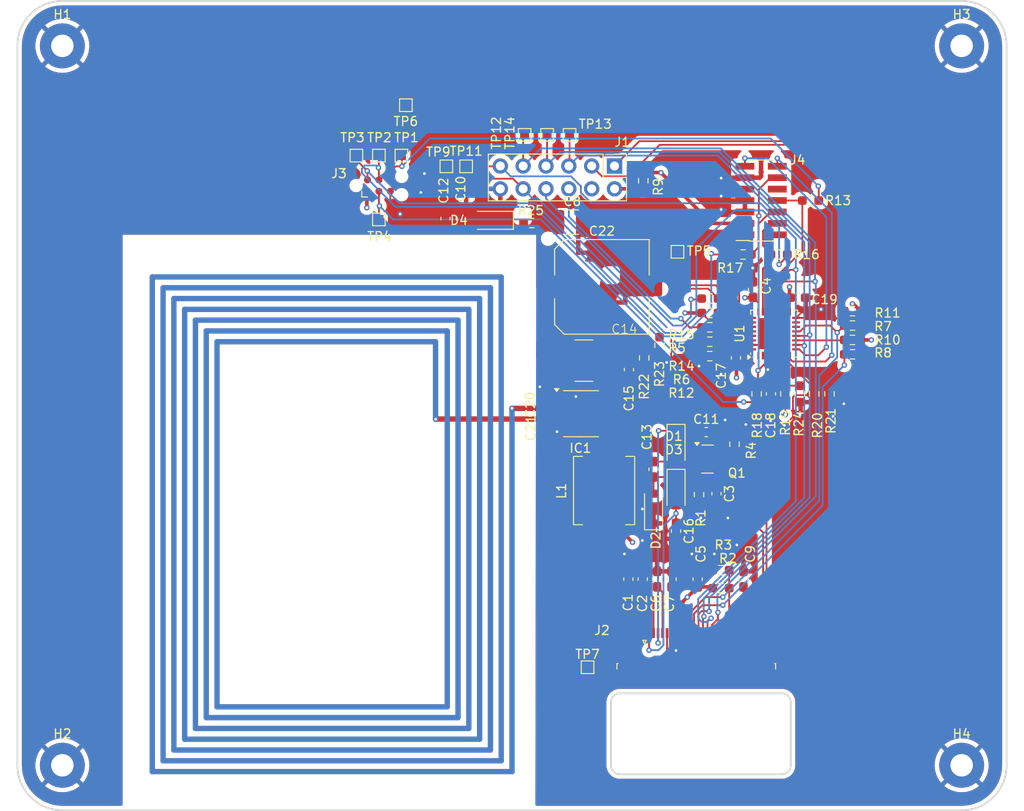
<source format=kicad_pcb>
(kicad_pcb (version 20240108) (generator "pcbnew") (generator_version "8.0")
  (layers (0 "F.Cu" signal) (1 "In1.Cu" signal) (2 "In2.Cu" signal) (31 "B.Cu" signal) (34 "B.Paste" user) (35 "F.Paste" user) (36 "B.SilkS" user "B.Silkscreen") (37 "F.SilkS" user "F.Silkscreen") (38 "B.Mask" user) (39 "F.Mask" user) (44 "Edge.Cuts" user))
  (net 0 "")
  (net 1 "GND")
  (net 2 "/EINK/VCOM")
  (net 3 "/EINK/VSL")
  (net 4 "/EINK/RESE")
  (net 5 "VDD")
  (net 6 "/EINK/VSH1")
  (net 7 "/EINK/VSH2")
  (net 8 "/EINK/VGH")
  (net 9 "Net-(D1-A)")
  (net 10 "Net-(D2-A)")
  (net 11 "/EINK/VGL")
  (net 12 "/STM/I2C_NFC_SCL_RPI")
  (net 13 "/STM/NFC_BUSY")
  (net 14 "+3.3V")
  (net 15 "/STM/I2C_NFC_SDA_RPI")
  (net 16 "/STM/SPI_EINK_SCL_RPI")
  (net 17 "/STM/SPI_EINK_SDA_RPI")
  (net 18 "/EINK/CS#")
  (net 19 "/EINK/BUSY")
  (net 20 "/EINK/RES#")
  (net 21 "/EINK/D{slash}C#")
  (net 23 "/EINK/SCL")
  (net 24 "/EINK/TSCL")
  (net 25 "/EINK/GDR")
  (net 26 "/EINK/TSDA")
  (net 27 "/EINK/VPP")
  (net 28 "/EINK/SDA")
  (net 29 "/EINK/BS1")
  (net 30 "/STM/NRST_TAG")
  (net 31 "/STM/SWCLK_TAG")
  (net 32 "/STM/SWDIO_TAG")
  (net 33 "/STM/SWO_TAG")
  (net 34 "/STM/SWCLK")
  (net 37 "/STM/T_VCP_TX")
  (net 38 "/STM/T_VCP_RX")
  (net 40 "/STM/SWDIO")
  (net 42 "/STM/SWO")
  (net 43 "/STM/NRST")
  (net 44 "/STM/I2C_NFC_SCL")
  (net 45 "/STM/I2C_NFC_SDA")
  (net 46 "/STM/BOOT0")
  (net 47 "/STM/VDD_MEAS")
  (net 48 "3.3")
  (net 51 "/NFC/V_E_HARVEST")
  (net 59 "/EINK/VDD_1.8V")
  (net 60 "Net-(IC1-AC0)")
  (net 61 "/NFC/VDD_NFC")
  (net 62 "Net-(U1-PA0)")
  (footprint "Connector_FFC-FPC:TE_2-1734839-4_1x24-1MP_P0.5mm_Horizontal" (layer "F.Cu") (at 120.49 116.65)
    (property "Reference" "J2")
    (property "Value" "Conn_01x24")
  )
  (footprint "Resistor_SMD:R_0603_1608Metric_Pad0.98x0.95mm_HandSolder" (layer "F.Cu") (at 125.7 73.2 180)
    (property "Reference" "R17")
    (property "Value" "DNP")
  )
  (footprint "TestPoint:TestPoint_Pad_1.0x1.0mm" (layer "F.Cu") (at 118.4 72.9 -90)
    (property "Reference" "TP5")
    (property "Value" "TestPoint")
  )
  (footprint "TestPoint:TestPoint_Pad_1.0x1.0mm" (layer "F.Cu") (at 82.7 62.2)
    (property "Reference" "TP3")
    (property "Value" "TestPoint")
  )
  (footprint "Capacitor_SMD:C_0603_1608Metric_Pad1.08x0.95mm_HandSolder" (layer "F.Cu") (at 114.54 109.3 90)
    (property "Reference" "C2")
    (property "Value" "1uF")
  )
  (footprint "Resistor_SMD:R_0603_1608Metric_Pad0.98x0.95mm_HandSolder" (layer "F.Cu") (at 137.86 82.7 180)
    (property "Reference" "R8")
    (property "Value" "DNP")
  )
  (footprint "MountingHole:MountingHole_2.5mm_Pad_TopBottom" (layer "F.Cu") (at 50 130)
    (property "Reference" "H2")
    (property "Value" "MountingHole_Pad")
  )
  (footprint "Capacitor_SMD:C_0603_1608Metric_Pad1.08x0.95mm_HandSolder" (layer "F.Cu") (at 121.6025 92.95)
    (property "Reference" "C11")
    (property "Value" "1uF")
  )
  (footprint "MountingHole:MountingHole_2.5mm_Pad_TopBottom" (layer "F.Cu") (at 150 50)
    (property "Reference" "H3")
    (property "Value" "MountingHole_Pad")
  )
  (footprint "Capacitor_SMD:C_0603_1608Metric_Pad1.08x0.95mm_HandSolder" (layer "F.Cu") (at 124.9 84.7 -90)
    (property "Reference" "C17")
    (property "Value" "1uF")
  )
  (footprint "Capacitor_SMD:C_0603_1608Metric_Pad1.08x0.95mm_HandSolder" (layer "F.Cu") (at 126.8 77.1 -90)
    (property "Reference" "C4")
    (property "Value" "1uF")
  )
  (footprint "Resistor_SMD:R_0603_1608Metric_Pad0.98x0.95mm_HandSolder" (layer "F.Cu") (at 133.2 67.2)
    (property "Reference" "R13")
    (property "Value" "DNP")
  )
  (footprint "Capacitor_SMD:C_0603_1608Metric_Pad1.08x0.95mm_HandSolder" (layer "F.Cu") (at 94.3 69.2 -90)
    (property "Reference" "C10")
    (property "Value" "TBD")
  )
  (footprint "Capacitor_SMD:C_0201_0603Metric_Pad0.64x0.40mm_HandSolder" (layer "F.Cu") (at 103.1 89.905 90)
    (property "Reference" "C20")
    (property "Value" "7pF")
  )
  (footprint "Capacitor_SMD:C_0603_1608Metric_Pad1.08x0.95mm_HandSolder" (layer "F.Cu") (at 113 86 90)
    (property "Reference" "C15")
    (property "Value" "10nF")
  )
  (footprint "Capacitor_SMD:C_0603_1608Metric_Pad1.08x0.95mm_HandSolder" (layer "F.Cu") (at 117.74 109.3 90)
    (property "Reference" "C7")
    (property "Value" "1uF")
  )
  (footprint "Diode_SMD:D_SOD-123" (layer "F.Cu") (at 118.24 94.45 -90)
    (property "Reference" "D1")
    (property "Value" "D_Schottky")
  )
  (footprint "Resistor_SMD:R_0603_1608Metric_Pad0.98x0.95mm_HandSolder" (layer "F.Cu") (at 122 79.7)
    (property "Reference" "R5")
    (property "Value" "DNP")
  )
  (footprint "Capacitor_SMD:C_0603_1608Metric_Pad1.08x0.95mm_HandSolder" (layer "F.Cu") (at 125.74 109.3 90)
    (property "Reference" "C9")
    (property "Value" "1uF")
  )
  (footprint "Resistor_SMD:R_0603_1608Metric_Pad0.98x0.95mm_HandSolder" (layer "F.Cu") (at 114.6 65 -90)
    (property "Reference" "R9")
    (property "Value" "DNP")
  )
  (footprint "Inductor_SMD:L_Neosid_SM-PIC0602H" (layer "F.Cu") (at 110.24 99.45 -90)
    (property "Reference" "L1")
    (property "Value" "L")
  )
  (footprint "Connector_PinHeader_2.54mm:PinHeader_2x06_P2.54mm_Vertical" (layer "F.Cu") (at 111.4 63.36 -90)
    (property "Reference" "J1")
    (property "Value" "Conn_02x06_Odd_Even" (hide yes))
  )
  (footprint "Resistor_SMD:R_0603_1608Metric_Pad0.98x0.95mm_HandSolder" (layer "F.Cu") (at 123.24 108.3)
    (property "Reference" "R3")
    (property "Value" "0R")
  )
  (footprint "Capacitor_SMD:C_0603_1608Metric_Pad1.08x0.95mm_HandSolder" (layer "F.Cu") (at 131.8 78 180)
    (property "Reference" "C19")
    (property "Value" "1uF")
  )
  (footprint "Diode_SMD:D_SOD-123" (layer "F.Cu") (at 97.8 69.4 180)
    (property "Reference" "D4")
    (property "Value" "D_Zener")
  )
  (footprint "Resistor_SMD:R_0603_1608Metric_Pad0.98x0.95mm_HandSolder" (layer "F.Cu") (at 122 82.9)
    (property "Reference" "R6")
    (property "Value" "DNP")
  )
  (footprint "MountingHole:MountingHole_2.5mm_Pad_TopBottom" (layer "F.Cu") (at 50 50)
    (property "Reference" "H1")
    (property "Value" "MountingHole_Pad")
  )
  (footprint "TestPoint:TestPoint_Pad_1.0x1.0mm" (layer "F.Cu") (at 94.9 63.4 180)
    (property "Reference" "TP11")
    (property "Value" "TestPoint")
  )
  (footprint "Connector:Tag-Connect_TC2030-IDC-NL_2x03_P1.27mm_Vertical" (layer "F.Cu") (at 85.2 65.535)
    (property "Reference" "J3")
    (property "Value" "Conn_ARM_SWD_TagConnect_TC2030-NL" (hide yes))
  )
  (footprint "Capacitor_SMD:C_0603_1608Metric_Pad1.08x0.95mm_HandSolder" (layer "F.Cu") (at 116.14 109.3 90)
    (property "Reference" "C6")
    (property "Value" "1uF")
  )
  (footprint "Resistor_SMD:R_0603_1608Metric_Pad0.98x0.95mm_HandSolder" (layer "F.Cu") (at 124.74 94.3 90)
    (property "Reference" "R4")
    (property "Value" "DNP")
  )
  (footprint "TestPoint:TestPoint_Pad_1.0x1.0mm" (layer "F.Cu") (at 85.2 69.3)
    (property "Reference" "TP4")
    (property "Value" "TestPoint")
  )
  (footprint "Capacitor_SMD:C_0603_1608Metric_Pad1.08x0.95mm_HandSolder" (layer "F.Cu") (at 112.94 109.3 90)
    (property "Reference" "C1")
    (property "Value" "1uF")
  )
  (footprint "Resistor_SMD:R_0603_1608Metric_Pad0.98x0.95mm_HandSolder" (layer "F.Cu") (at 122 78.1)
    (property "Reference" "R15")
    (property "Value" "DNP")
  )
  (footprint "MountingHole:MountingHole_2.5mm_Pad_TopBottom" (layer "F.Cu") (at 150 130)
    (property "Reference" "H4")
    (property "Value" "MountingHole_Pad")
  )
  (footprint "TestPoint:TestPoint_Pad_1.0x1.0mm" (layer "F.Cu") (at 92.7 63.4)
    (property "Reference" "TP9")
    (property "Value" "TestPoint")
  )
  (footprint "Resistor_SMD:R_0603_1608Metric_Pad0.98x0.95mm_HandSolder" (layer "F.Cu") (at 129.7 73.2)
    (property "Reference" "R16")
    (property "Value" "DNP")
  )
  (footprint "TestPoint:TestPoint_Pad_1.0x1.0mm" (layer "F.Cu") (at 103.9 59.9 180)
    (property "Reference" "TP14")
    (property "Value" "TestPoint")
  )
  (footprint "Package_DFN_QFN:QFN-32-1EP_5x5mm_P0.5mm_EP3.45x3.45mm" (layer "F.Cu") (at 129.15 82 90)
    (property "Reference" "U1")
    (property "Value" "STM32L071K8Ux")
  )
  (footprint "Capacitor_SMD:C_Elec_10x10.2" (layer "F.Cu") (at 110 76.8)
    (property "Reference" "C22")
    (property "Value" "TBD")
  )
  (footprint "Capacitor_SMD:C_0603_1608Metric_Pad1.08x0.95mm_HandSolder" (layer "F.Cu") (at 120.64 109.3 90)
    (property "Reference" "C5")
    (property "Value" "1uF")
  )
  (footprint "Resistor_SMD:R_0603_1608Metric_Pad0.98x0.95mm_HandSolder" (layer "F.Cu") (at 137.86 84.3)
    (property "Reference" "R10")
    (property "Value" "DNP")
  )
  (footprint "Resistor_SMD:R_0603_1608Metric_Pad0.98x0.95mm_HandSolder" (layer "F.Cu") (at 102.2 69.7 180)
    (property "Reference" "R25")
    (property "Value" "600R")
  )
  (footprint "TestPoint:TestPoint_Pad_1.0x1.0mm" (layer "F.Cu") (at 87.7 62.2)
    (property "Reference" "TP1")
    (property "Value" "TestPoint")
  )
  (footprint "Resistor_SMD:R_0603_1608Metric_Pad0.98x0.95mm_HandSolder" (layer "F.Cu") (at 123.24 110.3)
    (property "Reference" "R2")
    (property "Value" "0R")
  )
  (footprint "Capacitor_SMD:C_0603_1608Metric_Pad1.08x0.95mm_HandSolder" (layer "F.Cu") (at 92.6 69.2 -90)
    (property "Reference" "C12")
    (property "Value" "TBD")
  )
  (footprint "Capacitor_SMD:C_1210_3225Metric_Pad1.33x2.70mm_HandSolder" (layer "F.Cu") (at 106.7 69.6)
    (property "Reference" "C8")
    (property "Value" "TBD")
  )
  (footprint "Resistor_SMD:R_0603_1608Metric_Pad0.98x0.95mm_HandSolder" (layer "F.Cu") (at 121.9875 84.5)
    (property "Reference" "R12")
    (property "Value" "DNP")
  )
  (footprint "TestPoint:TestPoint_Pad_1.0x1.0mm" (layer "F.Cu") (at 88.2 56.6 180)
    (property "Reference" "TP6")
    (property "Value" "TestPoint")
  )
  (footprint "Resistor_SMD:R_0603_1608Metric_Pad0.98x0.95mm_HandSolder" (layer "F.Cu") (at 127.2 88.7 90)
    (property "Reference" "R18")
    (property "Value" "DNP")
  )
  (footprint "TestPoint:TestPoint_Pad_1.0x1.0mm" (layer "F.Cu") (at 101.4 59.9 180)
    (property "Reference" "TP12")
    (property "Value" "TestPoint")
  )
  (footprint "Capacitor_SMD:C_0603_1608Metric_Pad1.08x0.95mm_HandSolder" (layer "F.Cu") (at 118.24 103.95 -90)
    (property "Reference" "C16")
    (property "Value" "1uF")
  )
  (footprint "Package_SO:SO-8_3.9x4.9mm_P1.27mm" (layer "F.Cu") (at 107.675 90.905)
    (property "Reference" "IC1")
    (property "Value" "M24LR04E-RMN6T/2")
  )
  (footprint "TestPoint:TestPoint_Pad_1.0x1.0mm" (layer "F.Cu") (at 106.4 59.9 180)
    (property "Reference" "TP13")
    (property "Value" "TestPoint")
  )
  (footprint "Resistor_SMD:R_0603_1608Metric_Pad0.98x0.95mm_HandSolder" (layer "F.Cu") (at 130.4 88.7 90)
    (property "Reference" "R19")
    (property "Value" "10k")
  )
  (footprint "Connector_PinSocket_1.27mm:PinSocket_2x07_P1.27mm_Vertical_SMD" (layer "F.Cu") (at 127.7 67.2 180)
    (property "Reference" "J4")
    (property "Value" "Conn_02x07_Odd_Even")
  )
  (footprint "Resistor_SMD:R_0603_1608Metric_Pad0.98x0.95mm_HandSolder" (layer "F.Cu") (at 132 88.7 -90)
    (property "Reference" "R24")
    (property "Value" "10k")
  )
  (footprint "Package_TO_SOT_SMD:SOT-23" (layer "F.Cu") (at 121.74 95.95)
    (property "Reference" "Q1")
    (property "Value" "NMOS")
  )
  (footprint "Resistor_SMD:R_0603_1608Metric_Pad0.98x0.95mm_HandSolder" (layer "F.Cu") (at 120.8 99.9 -90)
    (property "Reference" "R1")
    (property "Value" "2.2R")
  )
  (footprint "Capacitor_SMD:C_0603_1608Metric_Pad1.08x0.95mm_HandSolder" (layer "F.Cu") (at 128.8 88.7 90)
    (property "Reference" "C18")
    (property "Value" "1uF")
  )
  (footprint "Resistor_SMD:R_0603_1608Metric_Pad0.98x0.95mm_HandSolder" (layer "F.Cu") (at 114.7 84.7 90)
    (property "Reference" "R22")
    (property "Value" "DNP")
  )
  (footprint "parts-lib:C_2917" (layer "F.Cu") (at 108 85)
    (property "Reference" "C14")
    (property "Value" "TBD")
  )
  (footprint "Capacitor_SMD:C_0603_1608Metric_Pad1.08x0.95mm_HandSolder" (layer "F.Cu") (at 122.74 99.8 -90)
    (property "Reference" "C3")
    (property "Value" "DNP")
  )
  (footprint "Capacitor_SMD:C_0201_0603Metric_Pad0.64x0.40mm_HandSolder" (layer "F.Cu") (at 103.1 91.905 -90)
    (property "Reference" "C21")
    (property "Value" "7pF")
  )
  (footprint "Capacitor_SMD:C_0603_1608Metric_Pad1.08x0.95mm_HandSolder" (layer "F.Cu") (at 115.74 97.0875 -90)
    (property "Reference" "C13")
    (property "Value" "1uF")
  )
  (footprint "TestPoint:TestPoint_Pad_1.0x1.0mm" (layer "F.Cu") (at 85.2 62.2)
    (property "Reference" "TP2")
    (property "Value" "TestPoint")
  )
  (footprint "Diode_SMD:D_SOD-123" (layer "F.Cu") (at 115.74 101.45 90)
    (property "Reference" "D2")
    (property "Value" "D_Schottky")
  )
  (footprint "Diode_SMD:D_SOD-123" (layer "F.Cu") (at 118.24 99.45 -90)
    (property "Reference" "D3")
    (property "Value" "D_Schottky")
  )
  (footprint "TestPoint:TestPoint_Pad_1.0x1.0mm" (layer "F.Cu") (at 108.4 119.1)
    (property "Reference" "TP7")
    (property "Value" "TestPoint")
  )
  (footprint "Resistor_SMD:R_0603_1608Metric_Pad0.98x0.95mm_HandSolder" (layer "F.Cu") (at 133.6 88.7 90)
    (property "Reference" "R20")
    (property "Value" "10k")
  )
  (footprint "Resistor_SMD:R_0603_1608Metric_Pad0.98x0.95mm_HandSolder" (layer "F.Cu") (at 135.3 88.7 -90)
    (property "Reference" "R21")
    (property "Value" "10k")
  )
  (footprint "Resistor_SMD:R_0603_1608Metric_Pad0.98x0.95mm_HandSolder" (layer "F.Cu") (at 137.86 81.1)
    (property "Reference" "R11")
    (property "Value" "DNP")
  )
  (footprint "Resistor_SMD:R_0603_1608Metric_Pad0.98x0.95mm_HandSolder" (layer "F.Cu") (at 122 81.3)
    (property "Reference" "R14")
    (property "Value" "DNP")
  )
  (footprint "Resistor_SMD:R_0603_1608Metric_Pad0.98x0.95mm_HandSolder" (layer "F.Cu") (at 116.4 83.3 90)
    (property "Reference" "R23")
    (property "Value" "DNP")
  )
  (footprint "Resistor_SMD:R_0603_1608Metric_Pad0.98x0.95mm_HandSolder" (layer "F.Cu") (at 137.86 79.5 180)
    (property "Reference" "R7")
    (property "Value" "DNP")
  )
  (gr_line (start 50 45) (end 150 45) (stroke (width 0.2)) (layer "Edge.Cuts"))
  (gr_arc (start 131 130) (mid 130.707107 130.707107) (end 130 131) (stroke (width 0.2)) (layer "Edge.Cuts"))
  (gr_line (start 130 131) (end 112 131) (stroke (width 0.2)) (layer "Edge.Cuts"))
  (gr_line (start 50 135) (end 150 135) (stroke (width 0.2)) (layer "Edge.Cuts"))
  (gr_line (start 155 130) (end 155 50) (stroke (width 0.2)) (layer "Edge.Cuts"))
  (gr_arc (start 45 50) (mid 46.464466 46.464466) (end 50 45) (stroke (width 0.2)) (layer "Edge.Cuts"))
  (gr_arc (start 155 130) (mid 153.535534 133.535534) (end 150 135) (stroke (width 0.2)) (layer "Edge.Cuts"))
  (gr_arc (start 150 45) (mid 153.535534 46.464466) (end 155 50) (stroke (width 0.2)) (layer "Edge.Cuts"))
  (gr_arc (start 50 135) (mid 46.464466 133.535534) (end 45 130) (stroke (width 0.2)) (layer "Edge.Cuts"))
  (gr_arc (start 111 123) (mid 111.292893 122.292893) (end 112 122) (stroke (width 0.2)) (layer "Edge.Cuts"))
  (gr_arc (start 130 122) (mid 130.707107 122.292893) (end 131 123) (stroke (width 0.2)) (layer "Edge.Cuts"))
  (gr_line (start 130 122) (end 112 122) (stroke (width 0.2)) (layer "Edge.Cuts"))
  (gr_line (start 111 130) (end 111 123) (stroke (width 0.2)) (layer "Edge.Cuts"))
  (gr_line (start 45 130) (end 45 50) (stroke (width 0.2)) (layer "Edge.Cuts"))
  (gr_arc (start 112 131) (mid 111.292893 130.707107) (end 111 130) (stroke (width 0.2)) (layer "Edge.Cuts"))
  (gr_line (start 131 130) (end 131 123) (stroke (width 0.2)) (layer "Edge.Cuts"))
  (segment (start 103.1 92.3125) (end 103.142672 92.3125) (width 0.2) (layer "F.Cu") (net 1))
  (segment (start 128.9 84.4375) (end 128.9 82.25) (width 0.2) (layer "F.Cu") (net 1))
  (segment (start 128.9 85.56) (end 128.9 84.4375) (width 0.2) (layer "F.Cu") (net 1))
  (segment (start 132.6625 79.175) (end 132.6625 78) (width 0.2) (layer "F.Cu") (net 1))
  (segment (start 86.47 67.61) (end 87.56 68.7) (width 0.2) (layer "F.Cu") (net 1))
  (segment (start 126.76 76.1975) (end 126.8 76.2375) (width 0.4) (layer "F.Cu") (net 1))
  (segment (start 133.41 80.25) (end 134.36 79.3) (width 0.2) (layer "F.Cu") (net 1))
  (segment (start 128.9 82.25) (end 129.15 82) (width 0.2) (layer "F.Cu") (net 1))
  (segment (start 105 92.905) (end 105.1 92.805) (width 0.2) (layer "F.Cu") (net 1))
  (segment (start 128.46 86) (end 128.9 85.56) (width 0.2) (layer "F.Cu") (net 1))
  (segment (start 126.7125 83.25) (end 125.4875 83.25) (width 0.2) (layer "F.Cu") (net 1))
  (segment (start 118.24 117.24) (end 118.24 115.3) (width 0.2) (layer "F.Cu") (net 1))
  (segment (start 128.8 91.66) (end 128.76 91.7) (width 0.4) (layer "F.Cu") (net 1))
  (segment (start 89.2657 65.7057) (end 89.86 66.3) (width 0.2) (layer "F.Cu") (net 1))
  (segment (start 125.4875 83.25) (end 124.9 83.8375) (width 0.2) (layer "F.Cu") (net 1))
  (segment (start 126.76 74.7) (end 126.76 76.1975) (width 0.4) (layer "F.Cu") (net 1))
  (segment (start 86.47 66.17) (end 86.47 67.61) (width 0.2) (layer "F.Cu") (net 1))
  (segment (start 126.7125 83.25) (end 127.9 83.25) (width 0.2) (layer "F.Cu") (net 1))
  (segment (start 131.5875 80.25) (end 132.6625 79.175) (width 0.2) (layer "F.Cu") (net 1))
  (segment (start 127.9 83.25) (end 129.15 82) (width 0.2) (layer "F.Cu") (net 1))
  (segment (start 131.5875 80.25) (end 133.41 80.25) (width 0.2) (layer "F.Cu") (net 1))
  (segment (start 86.47 66.17) (end 86.9343 65.7057) (width 0.2) (layer "F.Cu") (net 1))
  (segment (start 128.8 89.5625) (end 128.8 91.66) (width 0.4) (layer "F.Cu") (net 1))
  (segment (start 103.1 87.905) (end 103.1 89.4975) (width 0.2) (layer "F.Cu") (net 1))
  (segment (start 105.1 92.805) (end 105.1 91.81) (width 0.2) (layer "F.Cu") (net 1))
  (segment (start 86.9343 65.7057) (end 89.2657 65.7057) (width 0.2) (layer "F.Cu") (net 1))
  (via (at 103.1 87.905) (size 0.6) (drill 0.3) (layers "F.Cu" "B.Cu") (net 1))
  (via (at 89.86 66.3) (size 0.6) (drill 0.3) (layers "F.Cu" "B.Cu") (net 1))
  (via (at 105 92.905) (size 0.6) (drill 0.3) (layers "F.Cu" "B.Cu") (net 1))
  (via (at 135.7 91.2) (size 0.6) (drill 0.3) (layers "F.Cu" "B.Cu") (net 1))
  (via (at 134.36 79.3) (size 0.6) (drill 0.3) (layers "F.Cu" "B.Cu") (net 1))
  (via (at 120 106.5) (size 0.6) (drill 0.3) (layers "F.Cu" "B.Cu") (net 1))
  (via (at 114.5 105) (size 0.6) (drill 0.3) (layers "F.Cu" "B.Cu") (net 1))
  (via (at 118.24 117.24) (size 0.6) (drill 0.3) (layers "F.Cu" "B.Cu") (net 1))
  (via (at 123.26 64.7) (size 0.6) (drill 0.3) (layers "F.Cu" "B.Cu") (net 1))
  (via (at 87.56 68.7) (size 0.6) (drill 0.3) (layers "F.Cu" "B.Cu") (net 1))
  (via (at 120.8 85.6) (size 0.6) (drill 0.3) (layers "F.Cu" "B.Cu") (net 1))
  (via (at 125 105.5) (size 0.6) (drill 0.3) (layers "F.Cu" "B.Cu") (net 1))
  (via (at 123.249167 86.5) (size 0.6) (drill 0.3) (layers "F.Cu" "B.Cu") (net 1))
  (via (at 122.5 106.5) (size 0.6) (drill 0.3) (layers "F.Cu" "B.Cu") (net 1))
  (via (at 114.5 101.5) (size 0.6) (drill 0.3) (layers "F.Cu" "B.Cu") (net 1))
  (via (at 126.76 74.7) (size 0.6) (drill 0.3) (layers "F.Cu" "B.Cu") (net 1))
  (via (at 136.9 89.8) (size 0.6) (drill 0.3) (layers "F.Cu" "B.Cu") (net 1))
  (via (at 126 92.1) (size 0.6) (drill 0.3) (layers "F.Cu" "B.Cu") (net 1))
  (via (at 124 102.5) (size 0.6) (drill 0.3) (layers "F.Cu" "B.Cu") (net 1))
  (via (at 123.7 91.6) (size 0.6) (drill 0.3) (layers "F.Cu" "B.Cu") (net 1))
  (via (at 132 91) (size 0.6) (drill 0.3) (layers "F.Cu" "B.Cu") (net 1))
  (via (at 123.26 66.7) (size 0.6) (drill 0.3) (layers "F.Cu" "B.Cu") (net 1))
  (via (at 90.26 64.2) (size 0.6) (drill 0.3) (layers "F.Cu" "B.Cu") (net 1))
  (via (at 121 102.5) (size 0.6) (drill 0.3) (layers "F.Cu" "B.Cu") (net 1))
  (via (at 112.5 106.5) (size 0.6) (drill 0.3) (layers "F.Cu" "B.Cu") (net 1))
  (via (at 123.26 68.2) (size 0.6) (drill 0.3) (layers "F.Cu" "B.Cu") (net 1))
  (via (at 128.76 91.7) (size 0.6) (drill 0.3) (layers "F.Cu" "B.Cu") (net 1))
  (via (at 128.46 86) (size 0.6) (drill 0.3) (layers "F.Cu" "B.Cu") (net 1))
  (segment (start 114.74 115.3) (end 114.74 111.9625) (width 0.2) (layer "F.Cu") (net 2))
  (segment (start 114.74 111.9625) (end 112.94 110.1625) (width 0.2) (layer "F.Cu") (net 2))
  (segment (start 115.74 115.3) (end 115.74 111.3625) (width 0.2) (layer "F.Cu") (net 3))
  (segment (start 115.74 111.3625) (end 114.54 110.1625) (width 0.2) (layer "F.Cu") (net 3))
  (segment (start 120.79 98.9375) (end 120.74 98.8875) (width 0.2) (layer "F.Cu") (net 4))
  (segment (start 127.92 111.154314) (end 127.92 104.1175) (width 0.2) (layer "F.Cu") (net 4))
  (segment (start 122.74 98.9375) (end 120.79 98.9375) (width 0.2) (layer "F.Cu") (net 4))
  (segment (start 127.92 104.1175) (end 122.74 98.9375) (width 0.2) (layer "F.Cu") (net 4))
  (segment (start 125.24 115.3) (end 125.24 113.834314) (width 0.2) (layer "F.Cu") (net 4))
  (segment (start 125.24 113.834314) (end 127.92 111.154314) (width 0.2) (layer "F.Cu") (net 4))
  (segment (start 120.74 98.8875) (end 120.8025 98.825) (width 0.2) (layer "F.Cu") (net 4))
  (segment (start 120.8025 98.825) (end 120.8025 96.9) (width 0.2) (layer "F.Cu") (net 4))
  (segment (start 83.86 68) (end 83.86 66.24) (width 0.4) (layer "F.Cu") (net 5))
  (segment (start 130.86 76.8) (end 130.86 77.9225) (width 0.4) (layer "F.Cu") (net 5))
  (segment (start 124.96 86.9) (end 124.96 85.6225) (width 0.4) (layer "F.Cu") (net 5))
  (segment (start 131.245 91.255) (end 131.245 89.055) (width 0.2) (layer "F.Cu") (net 5))
  (segment (start 114.6 64.0875) (end 116.5475 64.0875) (width 0.4) (layer "F.Cu") (net 5))
  (segment (start 122.2 69.74) (end 116.56 64.1) (width 0.4) (layer "F.Cu") (net 5))
  (segment (start 131.245 89.055) (end 131.455 88.845) (width 0.2) (layer "F.Cu") (net 5))
  (segment (start 128.8 87.8375) (end 128.8 88.0125) (width 0.2) (layer "F.Cu") (net 5))
  (segment (start 129.555 91.455) (end 129.555 88.5925) (width 0.2) (layer "F.Cu") (net 5))
  (segment (start 130.9 78.0375) (end 130.9375 78) (width 0.2) (layer "F.Cu") (net 5))
  (segment (start 124.96 85.6225) (end 124.9 85.5625) (width 0.4) (layer "F.Cu") (net 5))
  (segment (start 116.5475 64.0875) (end 116.56 64.1) (width 0.4) (layer "F.Cu") (net 5))
  (segment (start 120.6375 110.1625) (end 119.5 111.3) (width 0.4) (layer "F.Cu") (net 5))
  (segment (start 128.8 87.8375) (end 129.4 87.2375) (width 0.2) (layer "F.Cu") (net 5))
  (segment (start 121.0875 82.9) (end 121.975 82.0125) (width 0.2) (layer "F.Cu") (net 5))
  (segment (start 110.68 102.48) (end 113.4 105.2) (width 0.4) (layer "F.Cu") (net 5))
  (segment (start 120.64 110.1625) (end 120.6375 110.1625) (width 0.2) (layer "F.Cu") (net 5))
  (segment (start 137.9725 78.7) (end 138.7725 79.5) (width 0.4) (layer "F.Cu") (net 5))
  (segment (start 127.4 78.5625) (end 126.8 77.9625) (width 0.2) (layer "F.Cu") (net 5))
  (segment (start 121.975 80.5875) (end 121.0875 79.7) (width 0.2) (layer "F.Cu") (net 5))
  (segment (start 110.24 102.48) (end 110.68 102.48) (width 0.4) (layer "F.Cu") (net 5))
  (segment (start 120.64 110.1625) (end 122.19 110.1625) (width 0.4) (layer "F.Cu") (net 5))
  (segment (start 130.9 79.5625) (end 130.9 78.0375) (width 0.2) (layer "F.Cu") (net 5))
  (segment (start 125.9 69.74) (end 122.2 69.74) (width 0.4) (layer "F.Cu") (net 5))
  (segment (start 83.86 66.24) (end 83.93 66.17) (width 0.4) (layer "F.Cu") (net 5))
  (segment (start 129.555 88.5925) (end 128.8 87.8375) (width 0.2) (layer "F.Cu") (net 5))
  (segment (start 131.455 88.845) (end 132.8325 88.845) (width 0.2) (layer "F.Cu") (net 5))
  (segment (start 130.3 92.2) (end 131.245 91.255) (width 0.2) (layer "F.Cu") (net 5))
  (segment (start 137.86 78.7) (end 137.9725 78.7) (width 0.4) (layer "F.Cu") (net 5))
  (segment (start 124.9 85.5625) (end 126.7125 83.75) (width 0.2) (layer "F.Cu") (net 5))
  (segment (start 130.86 77.9225) (end 130.9375 78) (width 0.4) (layer "F.Cu") (net 5))
  (segment (start 122.19 110.1625) (end 122.3275 110.3) (width 0.4) (layer "F.Cu") (net 5))
  (segment (start 139.96 82.7) (end 138.7725 82.7) (width 0.4) (layer "F.Cu") (net 5))
  (segment (start 126.7625 78) (end 126.8 77.9625) (width 0.4) (layer "F.Cu") (net 5))
  (segment (start 119 115.3) (end 118.74 115.3) (width 0.2) (layer "F.Cu") (net 5))
  (segment (start 119.24 79.7) (end 121.0875 79.7) (width 0.4) (layer "F.Cu") (net 5))
  (segment (start 119 111.8) (end 119 115.3) (width 0.4) (layer "F.Cu") (net 5))
  (segment (start 130.3 92.2) (end 129.555 91.455) (width 0.2) (layer "F.Cu") (net 5))
  (segment (start 125.9 78) (end 126.7625 78) (width 0.4) (layer "F.Cu") (net 5))
  (segment (start 119.5 111.3) (end 119 111.8) (width 0.4) (layer "F.Cu") (net 5))
  (segment (start 121.975 82.0125) (end 121.975 80.5875) (width 0.2) (layer "F.Cu") (net 5))
  (segment (start 127.4 79.5625) (end 127.4 78.5625) (width 0.2) (layer "F.Cu") (net 5))
  (segment (start 129.4 87.2375) (end 129.4 84.4375) (width 0.2) (layer "F.Cu") (net 5))
  (segment (start 119.24 115.3) (end 119 115.3) (width 0.2) (layer "F.Cu") (net 5))
  (segment (start 132.8325 88.845) (end 133.6 89.6125) (width 0.2) (layer "F.Cu") (net 5))
  (via (at 119.24 79.7) (size 0.6) (drill 0.3) (layers "F.Cu" "B.Cu") (net 5))
  (via (at 124.96 86.9) (size 0.6) (drill 0.3) (layers "F.Cu" "B.Cu") (net 5))
  (via (at 116.56 64.1) (size 0.6) (drill 0.3) (layers "F.Cu" "B.Cu") (net 5))
  (via (at 130.86 76.8) (size 0.6) (drill 0.3) (layers "F.Cu" "B.Cu") (net 5))
  (via (at 119.5 111.3) (size 0.6) (drill 0.3) (layers "F.Cu" "B.Cu") (net 5))
  (via (at 125.9 78) (size 0.6) (drill 0.3) (layers "F.Cu" "B.Cu") (net 5))
  (via (at 137.86 78.7) (size 0.6) (drill 0.3) (layers "F.Cu" "B.Cu") (net 5))
  (via (at 113.4 105.2) (size 0.6) (drill 0.3) (layers "F.Cu" "B.Cu") (net 5))
  (via (at 83.86 68) (size 0.6) (drill 0.3) (layers "F.Cu" "B.Cu") (net 5))
  (via (at 139.96 82.7) (size 0.6) (drill 0.3) (layers "F.Cu" "B.Cu") (net 5))
  (via (at 130.3 92.2) (size 0.6) (drill 0.3) (layers "F.Cu" "B.Cu") (net 5))
  (segment (start 116.74 110.7625) (end 116.14 110.1625) (width 0.2) (layer "F.Cu") (net 6))
  (segment (start 116.74 115.3) (end 116.74 110.7625) (width 0.2) (layer "F.Cu") (net 6))
  (segment (start 124.24 114.268628) (end 125.74 112.768628) (width 0.2) (layer "F.Cu") (net 7))
  (segment (start 124.24 115.3) (end 124.24 114.268628) (width 0.2) (layer "F.Cu") (net 7))
  (segment (start 125.74 112.768628) (end 125.74 110.1625) (width 0.2) (layer "F.Cu") (net 7))
  (segment (start 116.3 92.8) (end 118.24 92.8) (width 0.2) (layer "F.Cu") (net 8))
  (segment (start 118.24 92.8) (end 120.59 92.8) (width 0.2) (layer "F.Cu") (net 8))
  (segment (start 120.59 92.8) (end 120.74 92.95) (width 0.2) (layer "F.Cu") (net 8))
  (segment (start 116.24 115.3) (end 116.24 116.4) (width 0.2) (layer "F.Cu") (net 8))
  (via (at 116.3 92.8) (size 0.6) (drill 0.3) (layers "F.Cu" "B.Cu") (net 8))
  (via (at 116.24 116.4) (size 0.6) (drill 0.3) (layers "F.Cu" "B.Cu") (net 8))
  (segment (start 116.24 92.86) (end 116.24 116.4) (width 0.2) (layer "B.Cu") (net 8))
  (segment (start 116.3 92.8) (end 116.24 92.86) (width 0.2) (layer "B.Cu") (net 8))
  (segment (start 118.115 96.225) (end 118.24 96.1) (width 0.2) (layer "F.Cu") (net 9))
  (segment (start 118.39 95.95) (end 122.6775 95.95) (width 0.2) (layer "F.Cu") (net 9))
  (segment (start 110.24 96.42) (end 115.545 96.42) (width 0.2) (layer "F.Cu") (net 9))
  (segment (start 115.545 96.42) (end 115.74 96.225) (width 0.2) (layer "F.Cu") (net 9))
  (segment (start 118.24 96.1) (end 118.39 95.95) (width 0.2) (layer "F.Cu") (net 9))
  (segment (start 115.74 96.225) (end 118.115 96.225) (width 0.2) (layer "F.Cu") (net 9))
  (segment (start 118.09 97.95) (end 118.24 97.8) (width 0.2) (layer "F.Cu") (net 10))
  (segment (start 115.74 97.95) (end 118.09 97.95) (width 0.2) (layer "F.Cu") (net 10))
  (segment (start 115.74 97.95) (end 115.74 99.8) (width 0.2) (layer "F.Cu") (net 10))
  (segment (start 118.24 101.1) (end 118.24 103.0875) (width 0.2) (layer "F.Cu") (net 11))
  (segment (start 115.24 115.3) (end 115.24 117.2) (width 0.2) (layer "F.Cu") (net 11))
  (via (at 118.24 102) (size 0.6) (drill 0.3) (layers "F.Cu" "B.Cu") (net 11))
  (via (at 115.24 117.2) (size 0.6) (drill 0.3) (layers "F.Cu" "B.Cu") (net 11))
  (segment (start 116.84 103.4) (end 116.84 116.648529) (width 0.2) (layer "B.Cu") (net 11))
  (segment (start 116.84 116.648529) (end 116.288529 117.2) (width 0.2) (layer "B.Cu") (net 11))
  (segment (start 118.24 102) (end 116.84 103.4) (width 0.2) (layer "B.Cu") (net 11))
  (segment (start 116.288529 117.2) (end 115.24 117.2) (width 0.2) (layer "B.Cu") (net 11))
  (segment (start 120.9875 78.2) (end 121.0875 78.1) (width 0.2) (layer "F.Cu") (net 12))
  (segment (start 119.9 78.2) (end 120.9875 78.2) (width 0.2) (layer "F.Cu") (net 12))
  (via (at 119.9 78.2) (size 0.6) (drill 0.3) (layers "F.Cu" "B.Cu") (net 12))
  (segment (start 103.78 66.98) (end 117.9 81.1) (width 0.2) (layer "B.Cu") (net 12))
  (segment (start 119.9 80.1) (end 119.9 78.2) (width 0.2) (layer "B.Cu") (net 12))
  (segment (start 118.9 81.1) (end 119.9 80.1) (width 0.2) (layer "B.Cu") (net 12))
  (segment (start 103.78 65.9) (end 103.78 66.98) (width 0.2) (layer "B.Cu") (net 12))
  (segment (start 117.9 81.1) (end 118.9 81.1) (width 0.2) (layer "B.Cu") (net 12))
  (segment (start 126.260614 81.25) (end 126.7125 81.25) (width 0.2) (layer "F.Cu") (net 13))
  (segment (start 119.842081 76.62) (end 122.658436 76.62) (width 0.2) (layer "F.Cu") (net 13))
  (segment (start 124.5 79.7375) (end 126.0125 81.25) (width 0.2) (layer "F.Cu") (net 13))
  (segment (start 117.7 84.705) (end 117.7 82.667081) (width 0.2) (layer "F.Cu") (net 13))
  (segment (start 94.07 64.77) (end 92.7 63.4) (width 0.2) (layer "F.Cu") (net 13))
  (segment (start 117.469218 84.935782) (end 117.7 84.705) (width 0.2) (layer "F.Cu") (net 13))
  (segment (start 126.0125 81.25) (end 126.7125 81.25) (width 0.2) (layer "F.Cu") (net 13))
  (segment (start 122.658436 76.62) (end 124.5 78.461564) (width 0.2) (layer "F.Cu") (net 13))
  (segment (start 112.135 90.27) (end 117.469218 84.935782) (width 0.2) (layer "F.Cu") (net 13))
  (segment (start 117.2 85.205) (end 117.469218 84.935782) (width 0.2) (layer "F.Cu") (net 13))
  (segment (start 110.25 90.27) (end 112.135 90.27) (width 0.2) (layer "F.Cu") (net 13))
  (segment (start 100.11 64.77) (end 94.07 64.77) (width 0.2) (layer "F.Cu") (net 13))
  (segment (start 101.24 65.9) (end 100.11 64.77) (width 0.2) (layer "F.Cu") (net 13))
  (segment (start 124.5 78.461564) (end 124.5 79.7375) (width 0.2) (layer "F.Cu") (net 13))
  (via (at 117.2 85.205) (size 0.6) (drill 0.3) (layers "F.Cu" "B.Cu") (net 13))
  (segment (start 102.34 67) (end 101.24 65.9) (width 0.2) (layer "B.Cu") (net 13))
  (segment (start 117.2 81.3) (end 102.9 67) (width 0.2) (layer "B.Cu") (net 13))
  (segment (start 102.9 67) (end 102.34 67) (width 0.2) (layer "B.Cu") (net 13))
  (segment (start 114.5875 65.9) (end 114.6 65.9125) (width 0.4) (layer "F.Cu") (net 14))
  (segment (start 111.4 65.9) (end 114.5875 65.9) (width 0.4) (layer "F.Cu") (net 14))
  (segment (start 111.4 65.9) (end 111.4 66) (width 0.2) (layer "F.Cu") (net 14))
  (segment (start 118.778735 80.328998) (end 119.749737 81.3) (width 0.2) (layer "F.Cu") (net 15))
  (segment (start 119.749737 81.3) (end 121.0875 81.3) (width 0.2) (layer "F.Cu") (net 15))
  (via (at 118.778735 80.328998) (size 0.6) (drill 0.3) (layers "F.Cu" "B.Cu") (net 15))
  (segment (start 106.32 68.982598) (end 106.32 65.9) (width 0.2) (layer "B.Cu") (net 15))
  (segment (start 118.778735 80.328998) (end 117.6664 80.328998) (width 0.2) (layer "B.Cu") (net 15))
  (segment (start 117.6664 80.328998) (end 106.32 68.982598) (width 0.2) (layer "B.Cu") (net 15))
  (segment (start 138.462842 65.697158) (end 133.365685 60.6) (width 0.2) (layer "F.Cu") (net 16))
  (segment (start 137.985 83.5125) (end 137.985 82.183278) (width 0.2) (layer "F.Cu") (net 16))
  (segment (start 138.293278 81.875) (end 139.251722 81.875) (width 0.2) (layer "F.Cu") (net 16))
  (segment (start 133.365685 60.6) (end 114.16 60.6) (width 0.2) (layer "F.Cu") (net 16))
  (segment (start 139.96 81.166722) (end 139.96 67.194316) (width 0.2) (layer "F.Cu") (net 16))
  (segment (start 114.16 60.6) (end 111.4 63.36) (width 0.2) (layer "F.Cu") (net 16))
  (segment (start 139.251722 81.875) (end 139.96 81.166722) (width 0.2) (layer "F.Cu") (net 16))
  (segment (start 137.985 82.183278) (end 138.293278 81.875) (width 0.2) (layer "F.Cu") (net 16))
  (segment (start 138.7725 84.3) (end 137.985 83.5125) (width 0.2) (layer "F.Cu") (net 16))
  (segment (start 139.96 67.194316) (end 138.462842 65.697158) (width 0.2) (layer "F.Cu") (net 16))
  (segment (start 116.433278 61) (end 133.2 61) (width 0.2) (layer "F.Cu") (net 17))
  (segment (start 139.56 67.36) (end 139.56 80.3125) (width 0.2) (layer "F.Cu") (net 17))
  (segment (start 113.05 64.51) (end 113.06 64.5) (width 0.2) (layer "F.Cu") (net 17))
  (segment (start 139.56 80.3125) (end 138.7725 81.1) (width 0.2) (layer "F.Cu") (net 17))
  (segment (start 113.06 64.5) (end 113.06 64.373278) (width 0.2) (layer "F.Cu") (net 17))
  (segment (start 108.86 63.36) (end 110.01 64.51) (width 0.2) (layer "F.Cu") (net 17))
  (segment (start 113.06 64.373278) (end 116.433278 61) (width 0.2) (layer "F.Cu") (net 17))
  (segment (start 110.01 64.51) (end 113.05 64.51) (width 0.2) (layer "F.Cu") (net 17))
  (segment (start 133.2 61) (end 139.56 67.36) (width 0.2) (layer "F.Cu") (net 17))
  (segment (start 103.9 63.24) (end 103.78 63.36) (width 0.2) (layer "F.Cu") (net 18))
  (segment (start 133.1 82.15) (end 133 82.25) (width 0.2) (layer "F.Cu") (net 18))
  (segment (start 121.091471 112.854414) (end 120.74 113.205885) (width 0.2) (layer "F.Cu") (net 18))
  (segment (start 103.9 59.9) (end 103.9 63.24) (width 0.2) (layer "F.Cu") (net 18))
  (segment (start 121.894414 112.854414) (end 121.091471 112.854414) (width 0.2) (layer "F.Cu") (net 18))
  (segment (start 121.917206 112.877206) (end 121.894414 112.854414) (width 0.2) (layer "F.Cu") (net 18))
  (segment (start 133 82.25) (end 131.5875 82.25) (width 0.2) (layer "F.Cu") (net 18))
  (segment (start 120.74 113.205885) (end 120.74 115.3) (width 0.2) (layer "F.Cu") (net 18))
  (via (at 133.1 82.15) (size 0.6) (drill 0.3) (layers "F.Cu" "B.Cu") (net 18))
  (via (at 121.917206 112.877206) (size 0.6) (drill 0.3) (layers "F.Cu" "B.Cu") (net 18))
  (segment (start 105.34 61.8) (end 103.78 63.36) (width 0.2) (layer "B.Cu") (net 18))
  (segment (start 121.917206 111.408579) (end 121.917206 112.877206) (width 0.2) (layer "B.Cu") (net 18))
  (segment (start 133.1 71.842942) (end 123.057058 61.8) (width 0.2) (layer "B.Cu") (net 18))
  (segment (start 133.1 100.225786) (end 133.1 82.15) (width 0.2) (layer "B.Cu") (net 18))
  (segment (start 127.662893 105.662893) (end 121.917206 111.408579) (width 0.2) (layer "B.Cu") (net 18))
  (segment (start 127.662893 105.662893) (end 133.1 100.225786) (width 0.2) (layer "B.Cu") (net 18))
  (segment (start 133.1 82.15) (end 133.1 71.842942) (width 0.2) (layer "B.Cu") (net 18))
  (segment (start 123.057058 61.8) (end 105.34 61.8) (width 0.2) (layer "B.Cu") (net 18))
  (segment (start 133.7 76.2) (end 130.26 76.2) (width 0.2) (layer "F.Cu") (net 19))
  (segment (start 122.24 115.3) (end 122.24 114.392352) (width 0.2) (layer "F.Cu") (net 19))
  (segment (start 129.46 77) (end 129.46 77.826722) (width 0.2) (layer "F.Cu") (net 19))
  (segment (start 130.4 78.766722) (end 130.4 79.5625) (width 0.2) (layer "F.Cu") (net 19))
  (segment (start 101.4 59.9) (end 101.24 60.06) (width 0.2) (layer "F.Cu") (net 19))
  (segment (start 101.24 60.06) (end 101.24 63.36) (width 0.2) (layer "F.Cu") (net 19))
  (segment (start 130.26 76.2) (end 129.46 77) (width 0.2) (layer "F.Cu") (net 19))
  (segment (start 122.24 114.392352) (end 122.9 113.732352) (width 0.2) (layer "F.Cu") (net 19))
  (segment (start 123 112.9) (end 122.9 113) (width 0.2) (layer "F.Cu") (net 19))
  (segment (start 122.9 112.9) (end 123 112.9) (width 0.2) (layer "F.Cu") (net 19))
  (segment (start 122.9 113.732352) (end 122.9 112.9) (width 0.2) (layer "F.Cu") (net 19))
  (segment (start 129.46 77.826722) (end 130.4 78.766722) (width 0.2) (layer "F.Cu") (net 19))
  (via (at 122.9 113) (size 0.6) (drill 0.3) (layers "F.Cu" "B.Cu") (net 19))
  (via (at 133.7 76.2) (size 0.6) (drill 0.3) (layers "F.Cu" "B.Cu") (net 19))
  (segment (start 122.84 112.94) (end 122.84 111.051471) (width 0.2) (layer "B.Cu") (net 19))
  (segment (start 133.78 76.28) (end 133.7 76.2) (width 0.2) (layer "B.Cu") (net 19))
  (segment (start 133.7 71.877256) (end 123.222744 61.4) (width 0.2) (layer "B.Cu") (net 19))
  (segment (start 123.222744 61.4) (end 103.2 61.4) (width 0.2) (layer "B.Cu") (net 19))
  (segment (start 133.78 100.111471) (end 133.78 76.28) (width 0.2) (layer "B.Cu") (net 19))
  (segment (start 122.84 111.051471) (end 133.78 100.111471) (width 0.2) (layer "B.Cu") (net 19))
  (segment (start 122.9 113) (end 122.84 112.94) (width 0.2) (layer "B.Cu") (net 19))
  (segment (start 103.2 61.4) (end 101.24 63.36) (width 0.2) (layer "B.Cu") (net 19))
  (segment (start 133.7 76.2) (end 133.7 71.877256) (width 0.2) (layer "B.Cu") (net 19))
  (segment (start 98.66 63.4) (end 98.7 63.36) (width 0.2) (layer "F.Cu") (net 20))
  (segment (start 130.91 74.9) (end 128.96 76.85) (width 0.2) (layer "F.Cu") (net 20))
  (segment (start 129.9 78.905686) (end 129.9 79.5625) (width 0.2) (layer "F.Cu") (net 20))
  (segment (start 128.96 76.85) (end 128.96 77.965686) (width 0.2) (layer "F.Cu") (net 20))
  (segment (start 122.13756 113.646263) (end 122.053737 113.646263) (width 0.2) (layer "F.Cu") (net 20))
  (segment (start 94.9 63.4) (end 98.66 63.4) (width 0.2) (layer "F.Cu") (net 20))
  (segment (start 121.74 113.96) (end 121.74 115.3) (width 0.2) (layer "F.Cu") (net 20))
  (segment (start 128.96 77.965686) (end 129.9 78.905686) (width 0.2) (layer "F.Cu") (net 20))
  (segment (start 122.053737 113.646263) (end 121.74 113.96) (width 0.2) (layer "F.Cu") (net 20))
  (segment (start 131.56 74.9) (end 130.91 74.9) (width 0.2) (layer "F.Cu") (net 20))
  (via (at 122.13756 113.646263) (size 0.6) (drill 0.3) (layers "F.Cu" "B.Cu") (net 20))
  (via (at 131.56 74.9) (size 0.6) (drill 0.3) (layers "F.Cu" "B.Cu") (net 20))
  (segment (start 127.625686 67.5) (end 109.96 67.5) (width 0.2) (layer "B.Cu") (net 20))
  (segment (start 108.833654 67.5) (end 107.66 66.326346) (width 0.2) (layer "B.Cu") (net 20))
  (segment (start 120.7 111.494413) (end 131.56 100.634413) (width 0.2) (layer "B.Cu") (net 20))
  (segment (start 120.7 113.662943) (end 120.7 111.494413) (width 0.2) (layer "B.Cu") (net 20))
  (segment (start 122.13756 113.646263) (end 121.729409 114.054414) (width 0.2) (layer "B.Cu") (net 20))
  (segment (start 121.729409 114.054414) (end 121.091471 114.054414) (width 0.2) (layer "B.Cu") (net 20))
  (segment (start 106.556346 64.51) (end 99.85 64.51) (width 0.2) (layer "B.Cu") (net 20))
  (segment (start 107.66 66.326346) (end 107.66 65.613654) (width 0.2) (layer "B.Cu") (net 20))
  (segment (start 107.66 65.613654) (end 106.556346 64.51) (width 0.2) (layer "B.Cu") (net 20))
  (segment (start 99.85 64.51) (end 98.7 63.36) (width 0.2) (layer "B.Cu") (net 20))
  (segment (start 131.56 71.434314) (end 127.625686 67.5) (width 0.2) (layer "B.Cu") (net 20))
  (segment (start 131.56 74.9) (end 131.56 71.434314) (width 0.2) (layer "B.Cu") (net 20))
  (segment (start 121.091471 114.054414) (end 120.7 113.662943) (width 0.2) (layer "B.Cu") (net 20))
  (segment (start 109.96 67.5) (end 108.833654 67.5) (width 0.2) (layer "B.Cu") (net 20))
  (segment (start 131.56 74.9) (end 131.5375 74.9225) (width 0.2) (layer "B.Cu") (net 20))
  (segment (start 131.56 100.634413) (end 131.56 74.9) (width 0.2) (layer "B.Cu") (net 20))
  (segment (start 106.4 63.28) (end 106.32 63.36) (width 0.2) (layer "F.Cu") (net 21))
  (segment (start 132.4 83.25) (end 131.5875 83.25) (width 0.2) (layer "F.Cu") (net 21))
  (segment (start 132.5 83.35) (end 132.4 83.25) (width 0.2) (layer "F.Cu") (net 21))
  (segment (start 106.4 59.9) (end 106.4 63.28) (width 0.2) (layer "F.Cu") (net 21))
  (segment (start 121.24 113.554414) (end 121.24 115.3) (width 0.2) (layer "F.Cu") (net 21))
  (segment (start 121.34 113.454414) (end 121.24 113.554414) (width 0.2) (layer "F.Cu") (net 21))
  (via (at 132.5 83.35) (size 0.6) (drill 0.3) (layers "F.Cu" "B.Cu") (net 21))
  (via (at 121.34 113.454414) (size 0.6) (drill 0.3) (layers "F.Cu" "B.Cu") (net 21))
  (segment (start 132.5 71.808628) (end 122.891372 62.2) (width 0.2) (layer "B.Cu") (net 21))
  (segment (start 121.317206 113.43162) (end 121.317206 111.442893) (width 0.2) (layer "B.Cu") (net 21))
  (segment (start 107.48 62.2) (end 106.32 63.36) (width 0.2) (layer "B.Cu") (net 21))
  (segment (start 132.5 100.260099) (end 132.5 83.35) (width 0.2) (layer "B.Cu") (net 21))
  (segment (start 121.34 113.454414) (end 121.317206 113.43162) (width 0.2) (layer "B.Cu") (net 21))
  (segment (start 121.317206 111.442893) (end 132.5 100.260099) (width 0.2) (layer "B.Cu") (net 21))
  (segment (start 122.891372 62.2) (end 107.48 62.2) (width 0.2) (layer "B.Cu") (net 21))
  (segment (start 132.5 83.35) (end 132.5 71.808628) (width 0.2) (layer "B.Cu") (net 21))
  (segment (start 120.24 113.140199) (end 120.24 115.3) (width 0.2) (layer "F.Cu") (net 23))
  (segment (start 136.8975 82.75) (end 131.5875 82.75) (width 0.2) (layer "F.Cu") (net 23))
  (segment (start 136.9475 82.7) (end 136.9475 84.3) (width 0.2) (layer "F.Cu") (net 23))
  (segment (start 136.96 84.3125) (end 136.9475 84.3) (width 0.2) (layer "F.Cu") (net 23))
  (segment (start 136.9475 82.7) (end 136.8975 82.75) (width 0.2) (layer "F.Cu") (net 23))
  (segment (start 136.96 85.5) (end 136.96 84.3125) (width 0.2) (layer "F.Cu") (net 23))
  (segment (start 123.44 112.2) (end 121.180199 112.2) (width 0.2) (layer "F.Cu") (net 23))
  (segment (start 121.180199 112.2) (end 120.24 113.140199) (width 0.2) (layer "F.Cu") (net 23))
  (via (at 136.96 85.5) (size 0.6) (drill 0.3) (layers "F.Cu" "B.Cu") (net 23))
  (via (at 123.44 112.2) (size 0.6) (drill 0.3) (layers "F.Cu" "B.Cu") (net 23))
  (segment (start 134.54 101.1) (end 134.54 87.92) (width 0.2) (layer "B.Cu") (net 23))
  (segment (start 123.44 112.2) (end 134.54 101.1) (width 0.2) (layer "B.Cu") (net 23))
  (segment (start 134.54 87.92) (end 136.96 85.5) (width 0.2) (layer "B.Cu") (net 23))
  (segment (start 128.3 98.7725) (end 128.3 111.34) (width 0.2) (layer "F.Cu") (net 25))
  (segment (start 124.74 95.2125) (end 128.3 98.7725) (width 0.2) (layer "F.Cu") (net 25))
  (segment (start 125.74 113.9) (end 125.74 115.3) (width 0.2) (layer "F.Cu") (net 25))
  (segment (start 128.3 111.34) (end 125.74 113.9) (width 0.2) (layer "F.Cu") (net 25))
  (segment (start 120.8025 95) (end 124.5275 95) (width 0.2) (layer "F.Cu") (net 25))
  (segment (start 124.5275 95) (end 124.74 95.2125) (width 0.2) (layer "F.Cu") (net 25))
  (segment (start 115.74 119.1) (end 108.6 119.1) (width 0.2) (layer "F.Cu") (net 27))
  (segment (start 117.24 117.6) (end 115.74 119.1) (width 0.2) (layer "F.Cu") (net 27))
  (segment (start 117.24 115.3) (end 117.24 117.6) (width 0.2) (layer "F.Cu") (net 27))
  (segment (start 108.6 119.1) (end 108.24 119.46) (width 0.2) (layer "F.Cu") (net 27))
  (segment (start 132.039386 81.75) (end 131.5875 81.75) (width 0.2) (layer "F.Cu") (net 28))
  (segment (start 121.514513 111.3) (end 119.74 113.074513) (width 0.2) (layer "F.Cu") (net 28))
  (segment (start 132.689386 81.1) (end 132.039386 81.75) (width 0.2) (layer "F.Cu") (net 28))
  (segment (start 136.9475 81.1) (end 136.9475 79.5) (width 0.2) (layer "F.Cu") (net 28))
  (segment (start 119.74 113.074513) (end 119.74 115.3) (width 0.2) (layer "F.Cu") (net 28))
  (segment (start 123.44 111.3) (end 121.514513 111.3) (width 0.2) (layer "F.Cu") (net 28))
  (segment (start 136.16 81.8875) (end 136.9475 81.1) (width 0.2) (layer "F.Cu") (net 28))
  (segment (start 136.16 81.8875) (end 135.3725 81.1) (width 0.2) (layer "F.Cu") (net 28))
  (segment (start 136.16 81.8875) (end 135.9725 81.7) (width 0.2) (layer "F.Cu") (net 28))
  (segment (start 135.3725 81.1) (end 132.689386 81.1) (width 0.2) (layer "F.Cu") (net 28))
  (via (at 136.16 81.8875) (size 0.6) (drill 0.3) (layers "F.Cu" "B.Cu") (net 28))
  (via (at 123.44 111.3) (size 0.6) (drill 0.3) (layers "F.Cu" "B.Cu") (net 28))
  (segment (start 123.44 111.3) (end 134.16 100.58) (width 0.2) (layer "B.Cu") (net 28))
  (segment (start 134.16 100.58) (end 134.16 86.648529) (width 0.2) (layer "B.Cu") (net 28))
  (segment (start 136.16 84.648529) (end 136.16 81.8875) (width 0.2) (layer "B.Cu") (net 28))
  (segment (start 134.16 86.648529) (end 136.16 84.648529) (width 0.2) (layer "B.Cu") (net 28))
  (segment (start 124.1525 113.2475) (end 124.1525 110.3) (width 0.2) (layer "F.Cu") (net 29))
  (segment (start 124.1525 110.3) (end 124.1525 108.3) (width 0.2) (layer "F.Cu") (net 29))
  (segment (start 122.74 114.66) (end 124.1525 113.2475) (width 0.2) (layer "F.Cu") (net 29))
  (segment (start 122.74 115.3) (end 122.74 114.66) (width 0.2) (layer "F.Cu") (net 29))
  (segment (start 85.2 69.3) (end 85.2 67.86) (width 0.2) (layer "F.Cu") (net 30))
  (segment (start 127.2 89.6125) (end 125.7725 89.6125) (width 0.2) (layer "F.Cu") (net 30))
  (segment (start 85.2 67.74) (end 85.26 67.8) (width 0.2) (layer "F.Cu") (net 30))
  (segment (start 85.2 66.17) (end 85.2 67.74) (width 0.2) (layer "F.Cu") (net 30))
  (segment (start 85.2 67.86) (end 85.26 67.8) (width 0.2) (layer "F.Cu") (net 30))
  (segment (start 125.7725 89.6125) (end 125.76 89.6) (width 0.2) (layer "F.Cu") (net 30))
  (via (at 125.76 89.6) (size 0.6) (drill 0.3) (layers "F.Cu" "B.Cu") (net 30))
  (via (at 85.26 67.8) (size 0.6) (drill 0.3) (layers "F.Cu" "B.Cu") (net 30))
  (segment (start 123.5 89.6) (end 125.76 89.6) (width 0.2) (layer "B.Cu") (net 30))
  (segment (start 85.26 67.8) (end 86.76 69.3) (width 0.2) (layer "B.Cu") (net 30))
  (segment (start 103.2 69.3) (end 123.5 89.6) (width 0.2) (layer "B.Cu") (net 30))
  (segment (start 86.76 69.3) (end 103.2 69.3) (width 0.2) (layer "B.Cu") (net 30))
  (segment (start 85.2 62.2) (end 85.2 63.5) (width 0.2) (layer "F.Cu") (net 31))
  (segment (start 122.16 73.1) (end 122.26 73.2) (width 0.2) (layer "F.Cu") (net 31))
  (segment (start 85.2 64.9) (end 85.2 63.6) (width 0.2) (layer "F.Cu") (net 31))
  (segment (start 85.2 63.5) (end 85.15 63.55) (width 0.2) (layer "F.Cu") (net 31))
  (segment (start 85.2 63.6) (end 85.15 63.55) (width 0.2) (layer "F.Cu") (net 31))
  (segment (start 122.26 73.2) (end 124.7875 73.2) (width 0.2) (layer "F.Cu") (net 31))
  (via (at 85.15 63.55) (size 0.6) (drill 0.3) (layers "F.Cu" "B.Cu") (net 31))
  (via (at 122.16 73.1) (size 0.6) (drill 0.3) (layers "F.Cu" "B.Cu") (net 31))
  (segment (start 83.651471 63.3) (end 84.9 63.3) (width 0.2) (layer "B.Cu") (net 31))
  (segment (start 84.9 63.3) (end 85.15 63.55) (width 0.2) (layer "B.Cu") (net 31))
  (segment (start 85.2 63.6) (end 85.15 63.55) (width 0.2) (layer "B.Cu") (net 31))
  (segment (start 119 82.3) (end 116.842354 82.3) (width 0.2) (layer "B.Cu") (net 31))
  (segment (start 122.16 73.1) (end 122.16 79.14) (width 0.2) (layer "B.Cu") (net 31))
  (segment (start 116.842354 82.3) (end 102.442354 67.9) (width 0.2) (layer "B.Cu") (net 31))
  (segment (start 87.051471 67.9) (end 83.3 64.148529) (width 0.2) (layer "B.Cu") (net 31))
  (segment (start 83.3 64.148529) (end 83.3 63.651471) (width 0.2) (layer "B.Cu") (net 31))
  (segment (start 122.16 79.14) (end 119 82.3) (width 0.2) (layer "B.Cu") (net 31))
  (segment (start 122.16 73.1) (end 122.1 73.1) (width 0.2) (layer "B.Cu") (net 31))
  (segment (start 102.442354 67.9) (end 87.051471 67.9) (width 0.2) (layer "B.Cu") (net 31))
  (segment (start 83.3 63.651471) (end 83.651471 63.3) (width 0.2) (layer "B.Cu") (net 31))
  (segment (start 82.7 62.7) (end 82.7 62.2) (width 0.2) (layer "F.Cu") (net 32))
  (segment (start 130.6125 73.3875) (end 129.7 74.3) (width 0.2) (layer "F.Cu") (net 32))
  (segment (start 83.9 63.9) (end 82.7 62.7) (width 0.2) (layer "F.Cu") (net 32))
  (segment (start 83.93 63.93) (end 83.93 64.9) (width 0.2) (layer "F.Cu") (net 32))
  (segment (start 130.6125 73.2) (end 130.6125 73.3875) (width 0.2) (layer "F.Cu") (net 32))
  (segment (start 83.9 63.9) (end 83.93 63.93) (width 0.2) (layer "F.Cu") (net 32))
  (via (at 83.9 63.9) (size 0.6) (drill 0.3) (layers "F.Cu" "B.Cu") (net 32))
  (via (at 129.7 74.3) (size 0.6) (drill 0.3) (layers "F.Cu" "B.Cu") (net 32))
  (segment (start 102.579756 67.5) (end 87.493565 67.5) (width 0.2) (layer "B.Cu") (net 32))
  (segment (start 120.5 80.037402) (end 118.617402 81.92) (width 0.2) (layer "B.Cu") (net 32))
  (segment (start 124.751471 68.3) (end 120.5 72.551471) (width 0.2) (layer "B.Cu") (net 32))
  (segment (start 118.617402 81.92) (end 116.999756 81.92) (width 0.2) (layer "B.Cu") (net 32))
  (segment (start 83.9 63.906435) (end 83.9 63.9) (width 0.2) (layer "B.Cu") (net 32))
  (segment (start 127.86 68.3) (end 124.751471 68.3) (width 0.2) (layer "B.Cu") (net 32))
  (segment (start 129.7 74.3) (end 129.7 70.14) (width 0.2) (layer "B.Cu") (net 32))
  (segment (start 129.7 70.14) (end 127.86 68.3) (width 0.2) (layer "B.Cu") (net 32))
  (segment (start 120.5 72.551471) (end 120.5 80.037402) (width 0.2) (layer "B.Cu") (net 32))
  (segment (start 87.493565 67.5) (end 83.9 63.906435) (width 0.2) (layer "B.Cu") (net 32))
  (segment (start 116.999756 81.92) (end 102.579756 67.5) (width 0.2) (layer "B.Cu") (net 32))
  (segment (start 87.76 63.4) (end 87.76 62.26) (width 0.2) (layer "F.Cu") (net 33))
  (segment (start 87.76 62.26) (end 87.7 62.2) (width 0.2) (layer "F.Cu") (net 33))
  (segment (start 87.06 63.4) (end 86.47 63.99) (width 0.2) (layer "F.Cu") (net 33))
  (segment (start 134.1125 65.6525) (end 134.06 65.6) (width 0.2) (layer "F.Cu") (net 33))
  (segment (start 134.1125 67.2) (end 134.1125 65.6525) (width 0.2) (layer "F.Cu") (net 33))
  (segment (start 87.76 63.4) (end 87.06 63.4) (width 0.2) (layer "F.Cu") (net 33))
  (segment (start 86.47 63.99) (end 86.47 64.9) (width 0.2) (layer "F.Cu") (net 33))
  (via (at 134.06 65.6) (size 0.6) (drill 0.3) (layers "F.Cu" "B.Cu") (net 33))
  (via (at 87.76 63.4) (size 0.6) (drill 0.3) (layers "F.Cu" "B.Cu") (net 33))
  (segment (start 90.86 60.3) (end 128.76 60.3) (width 0.2) (layer "B.Cu") (net 33))
  (segment (start 128.76 60.3) (end 134.06 65.6) (width 0.2) (layer "B.Cu") (net 33))
  (segment (start 87.76 63.4) (end 90.86 60.3) (width 0.2) (layer "B.Cu") (net 33))
  (segment (start 125.26 78.7975) (end 125.26 74.5525) (width 0.2) (layer "F.Cu") (net 34))
  (segment (start 127.4125 72.4) (end 127.4125 69.8) (width 0.2) (layer "F.Cu") (net 34))
  (segment (start 128.7425 68.47) (end 129.5 68.47) (width 0.2) (layer "F.Cu") (net 34))
  (segment (start 126.7125 80.25) (end 125.26 78.7975) (width 0.2) (layer "F.Cu") (net 34))
  (segment (start 127.4125 69.8) (end 128.7425 68.47) (width 0.2) (layer "F.Cu") (net 34))
  (segment (start 126.6125 73.2) (end 127.4125 72.4) (width 0.2) (layer "F.Cu") (net 34))
  (segment (start 125.26 74.5525) (end 126.6125 73.2) (width 0.2) (layer "F.Cu") (net 34))
  (segment (start 135.56 84.4) (end 134.86 85.1) (width 0.2) (layer "F.Cu") (net 37))
  (segment (start 130.9 84.8) (end 130.9 84.4375) (width 0.2) (layer "F.Cu") (net 37))
  (segment (start 134.86 85.1) (end 131.2 85.1) (width 0.2) (layer "F.Cu") (net 37))
  (segment (start 129.5 62.5) (end 129.5 63.39) (width 0.2) (layer "F.Cu") (net 37))
  (segment (start 131.2 85.1) (end 130.9 84.8) (width 0.2) (layer "F.Cu") (net 37))
  (via (at 129.5 62.5) (size 0.6) (drill 0.3) (layers "F.Cu" "B.Cu") (net 37))
  (via (at 135.56 84.4) (size 0.6) (drill 0.3) (layers "F.Cu" "B.Cu") (net 37))
  (segment (start 135.56 84.4) (end 135.56 68.56) (width 0.2) (layer "B.Cu") (net 37))
  (segment (start 135.56 68.56) (end 129.5 62.5) (width 0.2) (layer "B.Cu") (net 37))
  (segment (start 132.6 84.4) (end 131.95 83.75) (width 0.2) (layer "F.Cu") (net 38))
  (segment (start 125.9 62.5) (end 125.9 63.39) (width 0.2) (layer "F.Cu") (net 38))
  (segment (start 134.06 84.4) (end 132.6 84.4) (width 0.2) (layer "F.Cu") (net 38))
  (segment (start 134.96 83.5) (end 134.06 84.4) (width 0.2) (layer "F.Cu") (net 38))
  (segment (start 131.95 83.75) (end 131.5875 83.75) (width 0.2) (layer "F.Cu") (net 38))
  (via (at 125.9 62.5) (size 0.6) (drill 0.3) (layers "F.Cu" "B.Cu") (net 38))
  (via (at 134.96 83.5) (size 0.6) (drill 0.3) (layers "F.Cu" "B.Cu") (net 38))
  (segment (start 134.96 69.06) (end 133.8 67.9) (width 0.2) (layer "B.Cu") (net 38))
  (segment (start 134.96 83.5) (end 134.96 69.06) (width 0.2) (layer "B.Cu") (net 38))
  (segment (start 128.4 62.5) (end 125.9 62.5) (width 0.2) (layer "B.Cu") (net 38))
  (segment (start 133.8 67.9) (end 128.4 62.5) (width 0.2) (layer "B.Cu") (net 38))
  (segment (start 128.7875 73.8875) (end 128.7875 73.2) (width 0.2) (layer "F.Cu") (net 40))
  (segment (start 127.9125 70.5725) (end 128.745 69.74) (width 0.2) (layer "F.Cu") (net 40))
  (segment (start 127.9125 72.2) (end 127.9125 70.5725) (width 0.2) (layer "F.Cu") (net 40))
  (segment (start 127.9 74.775) (end 128.7875 73.8875) (width 0.2) (layer "F.Cu") (net 40))
  (segment (start 128.745 69.74) (end 129.5 69.74) (width 0.2) (layer "F.Cu") (net 40))
  (segment (start 127.9 79.5625) (end 127.9 74.775) (width 0.2) (layer "F.Cu") (net 40))
  (segment (start 128.7875 73.075) (end 127.9125 72.2) (width 0.2) (layer "F.Cu") (net 40))
  (segment (start 128.4 76.666722) (end 128.5125 76.554222) (width 0.2) (layer "F.Cu") (net 42))
  (segment (start 132.2875 72.779222) (end 132.2875 67.2) (width 0.2) (layer "F.Cu") (net 42))
  (segment (start 132.2875 67.2) (end 129.5 67.2) (width 0.2) (layer "F.Cu") (net 42))
  (segment (start 128.5125 76.554222) (end 132.2875 72.779222) (width 0.2) (layer "F.Cu") (net 42))
  (segment (start 128.4 79.5625) (end 128.4 76.666722) (width 0.2) (layer "F.Cu") (net 42))
  (segment (start 127.446662 68.902696) (end 127.446662 65.958338) (width 0.2) (layer "F.Cu") (net 43))
  (segment (start 127.36 86.1) (end 127.36 87.6275) (width 0.2) (layer "F.Cu") (net 43))
  (segment (start 128.4 85.06) (end 127.36 86.1) (width 0.2) (layer "F.Cu") (net 43))
  (segment (start 127.36 87.6275) (end 127.2 87.7875) (width 0.2) (layer "F.Cu") (net 43))
  (segment (start 128.4 84.4375) (end 128.4 85.06) (width 0.2) (layer "F.Cu") (net 43))
  (segment (start 127.446662 65.958338) (end 128.745 64.66) (width 0.2) (layer "F.Cu") (net 43))
  (segment (start 128.745 64.66) (end 129.5 64.66) (width 0.2) (layer "F.Cu") (net 43))
  (via (at 127.446662 68.902696) (size 0.6) (drill 0.3) (layers "F.Cu" "B.Cu") (net 43))
  (via (at 127.36 86.1) (size 0.6) (drill 0.3) (layers "F.Cu" "B.Cu") (net 43))
  (segment (start 127.36 86.1) (end 127.423458 86.036542) (width 0.2) (layer "B.Cu") (net 43))
  (segment (start 127.423458 86.036542) (end 127.423458 68.9259) (width 0.2) (layer "B.Cu") (net 43))
  (segment (start 127.423458 68.9259) (end 127.446662 68.902696) (width 0.2) (layer "B.Cu") (net 43))
  (segment (start 112.365 91.54) (end 118.08 85.825) (width 0.2) (layer "F.Cu") (net 44))
  (segment (start 122.9125 79.7) (end 122.9125 78.2875) (width 0.2) (layer "F.Cu") (net 44))
  (segment (start 118.08 85.825) (end 118.08 82.825) (width 0.2) (layer "F.Cu") (net 44))
  (segment (start 121.8125 77) (end 122.9125 78.1) (width 0.2) (layer "F.Cu") (net 44))
  (segment (start 110.25 91.54) (end 112.365 91.54) (width 0.2) (layer "F.Cu") (net 44))
  (segment (start 122.9125 78.2875) (end 123.1 78.1) (width 0.2) (layer "F.Cu") (net 44))
  (segment (start 120 77) (end 121.8125 77) (width 0.2) (layer "F.Cu") (net 44))
  (segment (start 126.6625 81.8) (end 125.0125 81.8) (width 0.2) (layer "F.Cu") (net 44))
  (segment (start 126.7125 81.75) (end 126.6625 81.8) (width 0.2) (layer "F.Cu") (net 44))
  (segment (start 125.0125 81.8) (end 122.9125 79.7) (width 0.2) (layer "F.Cu") (net 44))
  (segment (start 110.25 92.81) (end 112.595 92.81) (width 0.2) (layer "F.Cu") (net 45))
  (segment (start 123.5625 82.25) (end 122.9125 82.9) (width 0.2) (layer "F.Cu") (net 45))
  (segment (start 122.9125 81.4875) (end 123.1 81.3) (width 0.2) (layer "F.Cu") (net 45))
  (segment (start 112.595 92.81) (end 117.845 87.56) (width 0.2) (layer "F.Cu") (net 45))
  (segment (start 122.9125 82.9) (end 122.9125 81.4875) (width 0.2) (layer "F.Cu") (net 45))
  (segment (start 122.1575 83.655) (end 122.9125 82.9) (width 0.2) (layer "F.Cu") (net 45))
  (segment (start 126.7125 82.25) (end 123.5625 82.25) (width 0.2) (layer "F.Cu") (net 45))
  (segment (start 124.65 82.75) (end 122.9 84.5) (width 0.2) (layer "F.Cu") (net 46))
  (segment (start 126.7125 82.75) (end 124.65 82.75) (width 0.2) (layer "F.Cu") (net 46))
  (segment (start 133.312501 87.7875) (end 133.6 87.7875) (width 0.2) (layer "F.Cu") (net 47))
  (segment (start 130.4 84.874999) (end 133.312501 87.7875) (width 0.2) (layer "F.Cu") (net 47))
  (segment (start 133.6 87.7875) (end 135.3 87.7875) (width 0.2) (layer "F.Cu") (net 47))
  (segment (start 130.4 84.4375) (end 130.4 84.874999) (width 0.2) (layer "F.Cu") (net 47))
  (segment (start 105.1 85.05) (end 105.1 89) (width 0.6) (layer "F.Cu") (net 51))
  (segment (start 105.15 85) (end 105.1 85.05) (width 0.6) (layer "F.Cu") (net 51))
  (segment (start 105.6375 69.5625) (end 105.6375 69.8) (width 0.4) (layer "F.Cu") (net 51))
  (segment (start 130.4 89.6125) (end 130.4 91) (width 0.2) (layer "F.Cu") (net 51))
  (segment (start 105.1 89) (end 107.1 89) (width 0.2) (layer "F.Cu") (net 51))
  (via (at 130.4 91) (size 0.6) (drill 0.3) (layers "F.Cu" "B.Cu") (net 51))
  (via (at 107.1 89) (size 0.6) (drill 0.3) (layers "F.Cu" "B.Cu") (net 51))
  (segment (start 109.1 91) (end 107.1 89) (width 0.2) (layer "B.Cu") (net 51))
  (segment (start 130.4 91) (end 109.1 91) (width 0.2) (layer "B.Cu") (net 51))
  (segment (start 117.74 115.3) (end 117.74 110.1625) (width 0.2) (layer "F.Cu") (net 59))
  (segment (start 102.4075 90.3125) (end 103.1 90.3125) (width 0.6) (layer "F.Cu") (net 60))
  (segment (start 91.51 91.51) (end 91.5225 91.4975) (width 0.6) (layer "F.Cu") (net 60))
  (segment (start 103.1 91.4975) (end 104.592256 91.4975) (width 0.6) (layer "F.Cu") (net 60))
  (segment (start 102.3875 90.3125) (end 102.39 90.31) (width 0.6) (layer "F.Cu") (net 60))
  (segment (start 100.0025 90.3125) (end 102.3875 90.3125) (width 0.6) (layer "F.Cu") (net 60))
  (segment (start 100 90.31) (end 100.0025 90.3125) (width 0.6) (layer "F.Cu") (net 60))
  (segment (start 103.1 90.3125) (end 105.0575 90.3125) (width 0.6) (layer "F.Cu") (net 60))
  (segment (start 105.0575 90.3125) (end 105.1 90.27) (width 0.6) (layer "F.Cu") (net 60))
  (segment (start 91.5225 91.4975) (end 103.1 91.4975) (width 0.6) (layer "F.Cu") (net 60))
  (via (at 91.51 91.51) (size 0.6) (drill 0.3) (layers "F.Cu" "B.Cu") (net 60))
  (via (at 100 90.31) (size 0.6) (drill 0.3) (layers "F.Cu" "B.Cu") (net 60))
  (segment (start 97.6 128.3) (end 62.4 128.3) (width 0.6) (layer "B.Cu") (net 60))
  (segment (start 62.4 128.3) (end 62.4 78.1) (width 0.6) (layer "B.Cu") (net 60))
  (segment (start 96.4 78.1) (end 96.4 127.1) (width 0.6) (layer "B.Cu") (net 60))
  (segment (start 64.8 125.9) (end 64.8 80.5) (width 0.6) (layer "B.Cu") (net 60))
  (segment (start 92.8 81.7) (end 92.8 123.5) (width 0.6) (layer "B.Cu") (net 60))
  (segment (start 61.2 76.9) (end 97.6 76.9) (width 0.6) (layer "B.Cu") (net 60))
  (segment (start 64.8 80.5) (end 94 80.5) (width 0.6) (layer "B.Cu") (net 60))
  (segment (start 96.4 127.1) (end 63.6 127.1) (width 0.6) (layer "B.Cu") (net 60))
  (segment (start 98.8 75.7) (end 98.8 129.5) (width 0.6) (layer "B.Cu") (net 60))
  (segment (start 95.2 79.3) (end 95.2 125.9) (width 0.6) (layer "B.Cu") (net 60))
  (segment (start 91.5 91.5) (end 91.51 91.51) (width 0.6) (layer "B.Cu") (net 60))
  (segment (start 97.6 76.9) (end 97.6 128.3) (width 0.6) (layer "B.Cu") (net 60))
  (segment (start 60 75.7) (end 98.8 75.7) (width 0.6) (layer "B.Cu") (net 60))
  (segment (start 62.4 78.1) (end 96.4 78.1) (width 0.6) (layer "B.Cu") (net 60))
  (segment (start 94 124.7) (end 66 124.7) (width 0.6) (layer "B.Cu") (net 60))
  (segment (start 98.8 129.5) (end 61.2 129.5) (width 0.6) (layer "B.Cu") (net 60))
  (segment (start 66 124.7) (end 66 81.7) (width 0.6) (layer "B.Cu") (net 60))
  (segment (start 95.2 125.9) (end 64.8 125.9) (width 0.6) (layer "B.Cu") (net 60))
  (segment (start 91.5 82.9) (end 91.5 91.5) (width 0.6) (layer "B.Cu") (net 60))
  (segment (start 63.6 79.3) (end 95.2 79.3) (width 0.6) (layer "B.Cu") (net 60))
  (segment (start 60 130.7) (end 60 75.7) (width 0.6) (layer "B.Cu") (net 60))
  (segment (start 66 81.7) (end 92.8 81.7) (width 0.6) (layer "B.Cu") (net 60))
  (segment (start 61.2 129.5) (end 61.2 76.9) (width 0.6) (layer "B.Cu") (net 60))
  (segment (start 63.6 127.1) (end 63.6 79.3) (width 0.6) (layer "B.Cu") (net 60))
  (segment (start 100 90.31) (end 100 130.7) (width 0.6) (layer "B.Cu") (net 60))
  (segment (start 67.2 82.9) (end 91.5 82.9) (width 0.6) (layer "B.Cu") (net 60))
  (segment (start 92.8 123.5) (end 67.2 123.5) (width 0.6) (layer "B.Cu") (net 60))
  (segment (start 67.2 123.5) (end 67.2 82.9) (width 0.6) (layer "B.Cu") (net 60))
  (segment (start 94 80.5) (end 94 124.7) (width 0.6) (layer "B.Cu") (net 60))
  (segment (start 100 130.7) (end 60 130.7) (width 0.6) (layer "B.Cu") (net 60))
  (segment (start 115.205 85.6125) (end 116.6 84.2175) (width 0.4) (layer "F.Cu") (net 61))
  (segment (start 114.6 85.6125) (end 115.205 85.6125) (width 0.4) (layer "F.Cu") (net 61))
  (segment (start 114.6 85.7125) (end 114.6 85.6125) (width 0.4) (layer "F.Cu") (net 61))
  (segment (start 113 86.8625) (end 113.45 86.8625) (width 0.4) (layer "F.Cu") (net 61))
  (segment (start 113.45 86.8625) (end 114.6 85.7125) (width 0.4) (layer "F.Cu") (net 61))
  (segment (start 110.905 89) (end 112.6 87.305) (width 0.4) (layer "F.Cu") (net 61))
  (segment (start 110.25 89) (end 110.905 89) (width 0.4) (layer "F.Cu") (net 61))
  (segment (start 129.9 87.2875) (end 130.4 87.7875) (width 0.2) (layer "F.Cu") (net 62))
  (segment (start 130.4 87.7875) (end 132 87.7875) (width 0.2) (layer "F.Cu") (net 62))
  (segment (start 129.9 84.4375) (end 129.9 87.2875) (width 0.2) (layer "F.Cu") (net 62))
  (zone (net 0) (net_name "") (layers "F.Cu" "In1.Cu" "In2.Cu" "B.Cu") (name "antenna") (connect_pads (clearance 0)) (min_thickness 0.25)
    (keepout (tracks allowed) (vias allowed) (pads not_allowed) (copperpour not_allowed) (footprints allowed))
    (fill (thermal_gap 0.5) (thermal_bridge_width 0.5))
    (polygon (pts (xy 102.7 71) (xy 102.6 134.6) (xy 56.7 134.6) (xy 56.7 71)))
  )
  (zone (net 1) (net_name "GND") (layers "F.Cu" "In1.Cu" "In2.Cu" "B.Cu") (connect_pads (clearance 0.5)) (min_thickness 0.25) (fill yes (thermal_gap 0.5) (thermal_bridge_width 0.5))
    (polygon (pts (xy 155 45) (xy 155 135) (xy 45 135) (xy 45 45)))
  )
)
</source>
